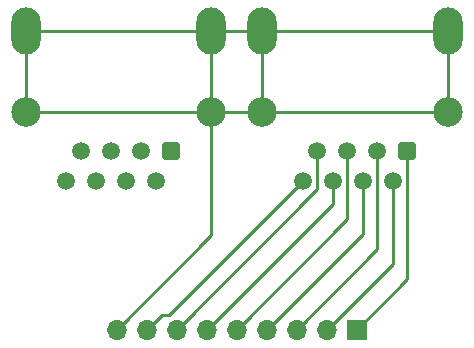
<source format=gbl>
%TF.GenerationSoftware,KiCad,Pcbnew,(6.0.7)*%
%TF.CreationDate,2022-08-03T23:31:13+02:00*%
%TF.ProjectId,rj45-pinheader-breakout,726a3435-2d70-4696-9e68-65616465722d,rev?*%
%TF.SameCoordinates,Original*%
%TF.FileFunction,Copper,L2,Bot*%
%TF.FilePolarity,Positive*%
%FSLAX46Y46*%
G04 Gerber Fmt 4.6, Leading zero omitted, Abs format (unit mm)*
G04 Created by KiCad (PCBNEW (6.0.7)) date 2022-08-03 23:31:13*
%MOMM*%
%LPD*%
G01*
G04 APERTURE LIST*
G04 Aperture macros list*
%AMRoundRect*
0 Rectangle with rounded corners*
0 $1 Rounding radius*
0 $2 $3 $4 $5 $6 $7 $8 $9 X,Y pos of 4 corners*
0 Add a 4 corners polygon primitive as box body*
4,1,4,$2,$3,$4,$5,$6,$7,$8,$9,$2,$3,0*
0 Add four circle primitives for the rounded corners*
1,1,$1+$1,$2,$3*
1,1,$1+$1,$4,$5*
1,1,$1+$1,$6,$7*
1,1,$1+$1,$8,$9*
0 Add four rect primitives between the rounded corners*
20,1,$1+$1,$2,$3,$4,$5,0*
20,1,$1+$1,$4,$5,$6,$7,0*
20,1,$1+$1,$6,$7,$8,$9,0*
20,1,$1+$1,$8,$9,$2,$3,0*%
G04 Aperture macros list end*
%TA.AperFunction,ComponentPad*%
%ADD10R,1.700000X1.700000*%
%TD*%
%TA.AperFunction,ComponentPad*%
%ADD11O,1.700000X1.700000*%
%TD*%
%TA.AperFunction,ComponentPad*%
%ADD12RoundRect,0.250500X0.499500X0.499500X-0.499500X0.499500X-0.499500X-0.499500X0.499500X-0.499500X0*%
%TD*%
%TA.AperFunction,ComponentPad*%
%ADD13C,1.500000*%
%TD*%
%TA.AperFunction,ComponentPad*%
%ADD14C,2.500000*%
%TD*%
%TA.AperFunction,ComponentPad*%
%ADD15O,2.500000X4.000000*%
%TD*%
%TA.AperFunction,Conductor*%
%ADD16C,0.250000*%
%TD*%
G04 APERTURE END LIST*
D10*
X153160000Y-97500000D03*
D11*
X150620000Y-97500000D03*
X148080000Y-97500000D03*
X145540000Y-97500000D03*
X143000000Y-97500000D03*
X140460000Y-97500000D03*
X137920000Y-97500000D03*
X135380000Y-97500000D03*
X132840000Y-97500000D03*
D12*
X137445000Y-82400000D03*
D13*
X136185000Y-84940000D03*
X134905000Y-82400000D03*
X133645000Y-84940000D03*
X132365000Y-82400000D03*
X131105000Y-84940000D03*
X129825000Y-82400000D03*
X128565000Y-84940000D03*
D14*
X140850000Y-79098000D03*
D15*
X125150000Y-72240000D03*
D14*
X125150000Y-79098000D03*
D15*
X140850000Y-72240000D03*
D12*
X157445000Y-82400000D03*
D13*
X156185000Y-84940000D03*
X154905000Y-82400000D03*
X153645000Y-84940000D03*
X152365000Y-82400000D03*
X151105000Y-84940000D03*
X149825000Y-82400000D03*
X148565000Y-84940000D03*
D15*
X145150000Y-72240000D03*
D14*
X145150000Y-79098000D03*
D15*
X160850000Y-72240000D03*
D14*
X160850000Y-79098000D03*
D16*
X125150000Y-72240000D02*
X125150000Y-79098000D01*
X140850000Y-72240000D02*
X145150000Y-72240000D01*
X125150000Y-72240000D02*
X140850000Y-72240000D01*
X125150000Y-79098000D02*
X140850000Y-79098000D01*
X160850000Y-72240000D02*
X160850000Y-79098000D01*
X145150000Y-72240000D02*
X160850000Y-72240000D01*
X145150000Y-79098000D02*
X160850000Y-79098000D01*
X132840000Y-97500000D02*
X140850000Y-89490000D01*
X140850000Y-89490000D02*
X140850000Y-79098000D01*
X140850000Y-79098000D02*
X145150000Y-79098000D01*
X145150000Y-72240000D02*
X145150000Y-79098000D01*
X140850000Y-72240000D02*
X140850000Y-79098000D01*
X157445000Y-93215000D02*
X153160000Y-97500000D01*
X157445000Y-82400000D02*
X157445000Y-93215000D01*
X156185000Y-84940000D02*
X156185000Y-91935000D01*
X156185000Y-91935000D02*
X150620000Y-97500000D01*
X154905000Y-82400000D02*
X154905000Y-90675000D01*
X154905000Y-90675000D02*
X148080000Y-97500000D01*
X153645000Y-89395000D02*
X145540000Y-97500000D01*
X153645000Y-84940000D02*
X153645000Y-89395000D01*
X152365000Y-88135000D02*
X143000000Y-97500000D01*
X152365000Y-82400000D02*
X152365000Y-88135000D01*
X151105000Y-84940000D02*
X151105000Y-86855000D01*
X151105000Y-86855000D02*
X140460000Y-97500000D01*
X149825000Y-85595000D02*
X137920000Y-97500000D01*
X149825000Y-82400000D02*
X149825000Y-85595000D01*
X137255000Y-96250000D02*
X136630000Y-96250000D01*
X148565000Y-84940000D02*
X137255000Y-96250000D01*
X136630000Y-96250000D02*
X135380000Y-97500000D01*
M02*

</source>
